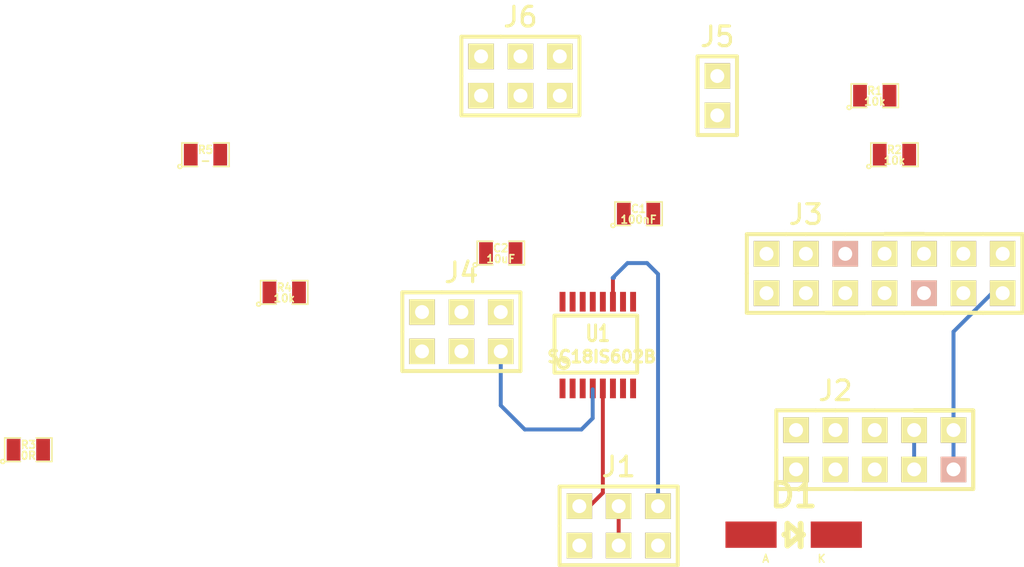
<source format=kicad_pcb>
(kicad_pcb (version 4) (host pcbnew "(2014-08-19 BZR 5083)-product")

  (general
    (links 58)
    (no_connects 53)
    (area 109.678469 82.3722 176.276001 122.5296)
    (thickness 1.6)
    (drawings 0)
    (tracks 19)
    (zones 0)
    (modules 15)
    (nets 18)
  )

  (page A4)
  (layers
    (0 F.Cu signal)
    (31 B.Cu signal)
    (32 B.Adhes user)
    (33 F.Adhes user)
    (34 B.Paste user)
    (35 F.Paste user)
    (36 B.SilkS user)
    (37 F.SilkS user)
    (38 B.Mask user)
    (39 F.Mask user)
    (40 Dwgs.User user)
    (41 Cmts.User user)
    (42 Eco1.User user)
    (43 Eco2.User user)
    (44 Edge.Cuts user)
    (45 Margin user)
    (46 B.CrtYd user)
    (47 F.CrtYd user)
    (48 B.Fab user)
    (49 F.Fab user)
  )

  (setup
    (last_trace_width 0.254)
    (trace_clearance 0.254)
    (zone_clearance 0.508)
    (zone_45_only no)
    (trace_min 0.254)
    (segment_width 0.2)
    (edge_width 0.1)
    (via_size 0.889)
    (via_drill 0.635)
    (via_min_size 0.889)
    (via_min_drill 0.508)
    (uvia_size 0.508)
    (uvia_drill 0.127)
    (uvias_allowed no)
    (uvia_min_size 0.508)
    (uvia_min_drill 0.127)
    (pcb_text_width 0.3)
    (pcb_text_size 1.5 1.5)
    (mod_edge_width 0.15)
    (mod_text_size 1 1)
    (mod_text_width 0.15)
    (pad_size 1.5 1.5)
    (pad_drill 0.6)
    (pad_to_mask_clearance 0)
    (aux_axis_origin 0 0)
    (visible_elements 7FFFFFFF)
    (pcbplotparams
      (layerselection 0x00030_80000001)
      (usegerberextensions false)
      (excludeedgelayer true)
      (linewidth 0.100000)
      (plotframeref false)
      (viasonmask false)
      (mode 1)
      (useauxorigin false)
      (hpglpennumber 1)
      (hpglpenspeed 20)
      (hpglpendiameter 15)
      (hpglpenoverlay 2)
      (psnegative false)
      (psa4output false)
      (plotreference true)
      (plotvalue true)
      (plotinvisibletext false)
      (padsonsilk false)
      (subtractmaskfromsilk false)
      (outputformat 1)
      (mirror false)
      (drillshape 1)
      (scaleselection 1)
      (outputdirectory ""))
  )

  (net 0 "")
  (net 1 VDD)
  (net 2 GND)
  (net 3 /MISO)
  (net 4 /MOSI)
  (net 5 /SPICLK)
  (net 6 "Net-(J2-Pad2)")
  (net 7 "Net-(J2-Pad3)")
  (net 8 "Net-(J2-Pad4)")
  (net 9 /#SS3)
  (net 10 /#SS0)
  (net 11 /#INT)
  (net 12 /#SS1)
  (net 13 /#SS2)
  (net 14 /#RES)
  (net 15 "Net-(J6-Pad2)")
  (net 16 "Net-(J6-Pad5)")
  (net 17 "Net-(R3-Pad2)")

  (net_class Default "Toto je výchozí třída sítě."
    (clearance 0.254)
    (trace_width 0.254)
    (via_dia 0.889)
    (via_drill 0.635)
    (uvia_dia 0.508)
    (uvia_drill 0.127)
    (add_net /#INT)
    (add_net /#RES)
    (add_net /#SS0)
    (add_net /#SS1)
    (add_net /#SS2)
    (add_net /#SS3)
    (add_net /MISO)
    (add_net /MOSI)
    (add_net /SPICLK)
    (add_net GND)
    (add_net "Net-(J2-Pad2)")
    (add_net "Net-(J2-Pad3)")
    (add_net "Net-(J2-Pad4)")
    (add_net "Net-(J6-Pad2)")
    (add_net "Net-(J6-Pad5)")
    (add_net "Net-(R3-Pad2)")
    (add_net VDD)
  )

  (module SMD_Packages:SMD-0805 (layer F.Cu) (tedit 53FC49F2) (tstamp 53FC4A27)
    (at 151.13 96.52)
    (path /53F4A074)
    (attr smd)
    (fp_text reference C1 (at 0 -0.3175) (layer F.SilkS)
      (effects (font (size 0.50038 0.50038) (thickness 0.10922)))
    )
    (fp_text value 100nF (at 0 0.381) (layer F.SilkS)
      (effects (font (size 0.50038 0.50038) (thickness 0.10922)))
    )
    (fp_circle (center -1.651 0.762) (end -1.651 0.635) (layer F.SilkS) (width 0.09906))
    (fp_line (start -0.508 0.762) (end -1.524 0.762) (layer F.SilkS) (width 0.09906))
    (fp_line (start -1.524 0.762) (end -1.524 -0.762) (layer F.SilkS) (width 0.09906))
    (fp_line (start -1.524 -0.762) (end -0.508 -0.762) (layer F.SilkS) (width 0.09906))
    (fp_line (start 0.508 -0.762) (end 1.524 -0.762) (layer F.SilkS) (width 0.09906))
    (fp_line (start 1.524 -0.762) (end 1.524 0.762) (layer F.SilkS) (width 0.09906))
    (fp_line (start 1.524 0.762) (end 0.508 0.762) (layer F.SilkS) (width 0.09906))
    (pad 1 smd rect (at -0.9525 0) (size 0.889 1.397) (layers F.Cu F.Paste F.Mask)
      (net 1 VDD))
    (pad 2 smd rect (at 0.9525 0) (size 0.889 1.397) (layers F.Cu F.Paste F.Mask)
      (net 2 GND))
    (model smd/chip_cms.wrl
      (at (xyz 0 0 0))
      (scale (xyz 0.1 0.1 0.1))
      (rotate (xyz 0 0 0))
    )
  )

  (module SMD_Packages:SMD-0805 (layer F.Cu) (tedit 53FC49F2) (tstamp 53FC4A2D)
    (at 142.24 99.06)
    (path /53F4A083)
    (attr smd)
    (fp_text reference C2 (at 0 -0.3175) (layer F.SilkS)
      (effects (font (size 0.50038 0.50038) (thickness 0.10922)))
    )
    (fp_text value 10uF (at 0 0.381) (layer F.SilkS)
      (effects (font (size 0.50038 0.50038) (thickness 0.10922)))
    )
    (fp_circle (center -1.651 0.762) (end -1.651 0.635) (layer F.SilkS) (width 0.09906))
    (fp_line (start -0.508 0.762) (end -1.524 0.762) (layer F.SilkS) (width 0.09906))
    (fp_line (start -1.524 0.762) (end -1.524 -0.762) (layer F.SilkS) (width 0.09906))
    (fp_line (start -1.524 -0.762) (end -0.508 -0.762) (layer F.SilkS) (width 0.09906))
    (fp_line (start 0.508 -0.762) (end 1.524 -0.762) (layer F.SilkS) (width 0.09906))
    (fp_line (start 1.524 -0.762) (end 1.524 0.762) (layer F.SilkS) (width 0.09906))
    (fp_line (start 1.524 0.762) (end 0.508 0.762) (layer F.SilkS) (width 0.09906))
    (pad 1 smd rect (at -0.9525 0) (size 0.889 1.397) (layers F.Cu F.Paste F.Mask)
      (net 1 VDD))
    (pad 2 smd rect (at 0.9525 0) (size 0.889 1.397) (layers F.Cu F.Paste F.Mask)
      (net 2 GND))
    (model smd/chip_cms.wrl
      (at (xyz 0 0 0))
      (scale (xyz 0.1 0.1 0.1))
      (rotate (xyz 0 0 0))
    )
  )

  (module Diodes_SMD:Diode-MiniMELF_Handsoldering (layer F.Cu) (tedit 53FC49F2) (tstamp 53FC4A33)
    (at 161.1376 117.2464)
    (descr "Diode Mini-MELF Handsoldering")
    (tags "Diode Mini-MELF Handsoldering")
    (path /53F4A0C0)
    (attr smd)
    (fp_text reference D1 (at 0 -2.54) (layer F.SilkS)
      (effects (font (thickness 0.3048)))
    )
    (fp_text value BZV55C-3,6V (at 0 3.81) (layer F.SilkS) hide
      (effects (font (thickness 0.3048)))
    )
    (fp_line (start 0.44958 0) (end 0.59944 0) (layer F.SilkS) (width 0.381))
    (fp_line (start -0.39878 0) (end -0.59944 0) (layer F.SilkS) (width 0.381))
    (fp_line (start 0.44958 0) (end 0.44958 0.7493) (layer F.SilkS) (width 0.381))
    (fp_line (start 0.44958 0) (end 0.44958 -0.70104) (layer F.SilkS) (width 0.381))
    (fp_line (start 0.44958 0) (end -0.39878 -0.70104) (layer F.SilkS) (width 0.381))
    (fp_line (start -0.39878 -0.70104) (end -0.39878 0.70104) (layer F.SilkS) (width 0.381))
    (fp_line (start -0.39878 0.70104) (end 0.44958 0) (layer F.SilkS) (width 0.381))
    (fp_text user A (at -1.80086 1.5494) (layer F.SilkS)
      (effects (font (size 0.50038 0.50038) (thickness 0.09906)))
    )
    (fp_text user K (at 1.80086 1.5494) (layer F.SilkS)
      (effects (font (size 0.50038 0.50038) (thickness 0.09906)))
    )
    (pad 1 smd rect (at -2.75082 0) (size 3.29946 1.69926) (layers F.Cu F.Paste F.Mask)
      (net 2 GND))
    (pad 2 smd rect (at 2.75082 0) (size 3.29946 1.69926) (layers F.Cu F.Paste F.Mask)
      (net 1 VDD))
    (model MiniMELF_DO213AA_Faktor03937_RevA_06Sep2012.wrl
      (at (xyz 0 0 0))
      (scale (xyz 0.3937 0.3937 0.3937))
      (rotate (xyz 0 0 0))
    )
  )

  (module Pin_Header_Straight_1x03:Pin_Header_Straight_2x03 placed (layer F.Cu) (tedit 53FC40CD) (tstamp 53FC4A3D)
    (at 149.8473 116.6749)
    (descr "1 pin")
    (tags "CONN DEV")
    (path /53F6FB02)
    (fp_text reference J1 (at 0 -3.81) (layer F.SilkS)
      (effects (font (size 1.27 1.27) (thickness 0.2032)))
    )
    (fp_text value JUMP_3X2 (at 0 0) (layer F.SilkS) hide
      (effects (font (size 1.27 1.27) (thickness 0.2032)))
    )
    (fp_line (start -3.81 2.54) (end 3.81 2.54) (layer F.SilkS) (width 0.254))
    (fp_line (start 3.81 2.54) (end 3.81 -2.54) (layer F.SilkS) (width 0.254))
    (fp_line (start 3.81 -2.54) (end -1.27 -2.54) (layer F.SilkS) (width 0.254))
    (fp_line (start -3.81 2.54) (end -3.81 0) (layer F.SilkS) (width 0.254))
    (fp_line (start -3.81 -2.54) (end -3.81 0) (layer F.SilkS) (width 0.254))
    (fp_line (start -1.27 -2.54) (end -3.81 -2.54) (layer F.SilkS) (width 0.254))
    (pad 1 thru_hole rect (at -2.54 1.27) (size 1.651 1.651) (drill 0.9) (layers *.Cu *.Mask F.SilkS)
      (net 3 /MISO))
    (pad 2 thru_hole rect (at 0 1.27) (size 1.651 1.651) (drill 0.9) (layers *.Cu *.Mask F.SilkS)
      (net 4 /MOSI))
    (pad 3 thru_hole rect (at 2.54 1.27) (size 1.651 1.651) (drill 0.9) (layers *.Cu *.Mask F.SilkS)
      (net 5 /SPICLK))
    (pad 4 thru_hole rect (at 2.54 -1.27) (size 1.651 1.651) (drill 0.9) (layers *.Cu *.Mask F.SilkS)
      (net 5 /SPICLK))
    (pad 5 thru_hole rect (at 0 -1.27) (size 1.651 1.651) (drill 0.9) (layers *.Cu *.Mask F.SilkS)
      (net 4 /MOSI))
    (pad 6 thru_hole rect (at -2.54 -1.27) (size 1.651 1.651) (drill 0.9) (layers *.Cu *.Mask F.SilkS)
      (net 3 /MISO))
    (model Pin_Headers/Pin_Header_Straight_2x03.wrl
      (at (xyz 0 0 0))
      (scale (xyz 1 1 1))
      (rotate (xyz 0 0 0))
    )
  )

  (module Pin_Header_Straight_1x03:Pin_Header_Straight_2x05 placed (layer F.Cu) (tedit 53F5A718) (tstamp 53FC4A4B)
    (at 163.83 111.76)
    (descr "1 pin")
    (tags "CONN DEV")
    (path /53F4A312)
    (fp_text reference J2 (at 0 -3.81) (layer F.SilkS)
      (effects (font (size 1.27 1.27) (thickness 0.2032)))
    )
    (fp_text value JUMP_5X2 (at 1.27 0) (layer F.SilkS) hide
      (effects (font (size 1.27 1.27) (thickness 0.2032)))
    )
    (fp_line (start -1.27 -2.54) (end 0 -2.54) (layer F.SilkS) (width 0.254))
    (fp_line (start -3.81 -2.54) (end -1.27 -2.54) (layer F.SilkS) (width 0.254))
    (fp_line (start 8.89 2.54) (end 8.89 -2.54) (layer F.SilkS) (width 0.254))
    (fp_line (start 6.35 -2.54) (end 8.89 -2.54) (layer F.SilkS) (width 0.254))
    (fp_line (start 6.35 2.54) (end 8.89 2.54) (layer F.SilkS) (width 0.254))
    (fp_line (start 6.35 2.54) (end 8.89 2.54) (layer F.SilkS) (width 0.254))
    (fp_line (start 6.35 -2.54) (end 8.89 -2.54) (layer F.SilkS) (width 0.254))
    (fp_line (start 8.89 2.54) (end 8.89 -2.54) (layer F.SilkS) (width 0.254))
    (fp_line (start 5.08 -2.54) (end 7.62 -2.54) (layer F.SilkS) (width 0.254))
    (fp_line (start 1.27 2.54) (end 3.81 2.54) (layer F.SilkS) (width 0.254))
    (fp_line (start 1.27 2.54) (end 3.81 2.54) (layer F.SilkS) (width 0.254))
    (fp_line (start 5.08 -2.54) (end 7.62 -2.54) (layer F.SilkS) (width 0.254))
    (fp_line (start 5.08 -2.54) (end 7.62 -2.54) (layer F.SilkS) (width 0.254))
    (fp_line (start 3.81 2.54) (end 6.35 2.54) (layer F.SilkS) (width 0.254))
    (fp_line (start 3.81 2.54) (end 6.35 2.54) (layer F.SilkS) (width 0.254))
    (fp_line (start 5.08 -2.54) (end 7.62 -2.54) (layer F.SilkS) (width 0.254))
    (fp_line (start -3.81 2.54) (end 3.81 2.54) (layer F.SilkS) (width 0.254))
    (fp_line (start 7.62 -2.54) (end 2.54 -2.54) (layer F.SilkS) (width 0.254))
    (fp_line (start -3.81 2.54) (end -3.81 0) (layer F.SilkS) (width 0.254))
    (fp_line (start -3.81 -2.54) (end -3.81 0) (layer F.SilkS) (width 0.254))
    (fp_line (start 2.54 -2.54) (end 0 -2.54) (layer F.SilkS) (width 0.254))
    (pad 9 thru_hole rect (at 0 -1.27) (size 1.651 1.651) (drill 0.9) (layers *.Cu *.Mask F.SilkS)
      (net 6 "Net-(J2-Pad2)"))
    (pad 5 thru_hole rect (at 7.62 1.27) (size 1.651 1.651) (drill 0.9) (layers *.Cu *.SilkS *.Mask)
      (net 2 GND))
    (pad 3 thru_hole rect (at 2.54 1.27) (size 1.651 1.651) (drill 0.9) (layers *.Cu *.Mask F.SilkS)
      (net 7 "Net-(J2-Pad3)"))
    (pad 6 thru_hole rect (at 7.62 -1.27) (size 1.651 1.651) (drill 0.9) (layers *.Cu *.Mask F.SilkS)
      (net 2 GND))
    (pad 1 thru_hole rect (at -2.54 1.27) (size 1.651 1.651) (drill 0.9) (layers *.Cu *.Mask F.SilkS)
      (net 2 GND))
    (pad 2 thru_hole rect (at 0 1.27) (size 1.651 1.651) (drill 0.9) (layers *.Cu *.Mask F.SilkS)
      (net 6 "Net-(J2-Pad2)"))
    (pad 4 thru_hole rect (at 5.08 1.27) (size 1.651 1.651) (drill 0.9) (layers *.Cu *.Mask F.SilkS)
      (net 8 "Net-(J2-Pad4)"))
    (pad 10 thru_hole rect (at -2.54 -1.27) (size 1.651 1.651) (drill 0.9) (layers *.Cu *.Mask F.SilkS)
      (net 2 GND))
    (pad 7 thru_hole rect (at 5.08 -1.27) (size 1.651 1.651) (drill 0.9) (layers *.Cu *.Mask F.SilkS)
      (net 8 "Net-(J2-Pad4)"))
    (pad 8 thru_hole rect (at 2.54 -1.27) (size 1.651 1.651) (drill 0.9) (layers *.Cu *.Mask F.SilkS)
      (net 7 "Net-(J2-Pad3)"))
    (model Pin_Headers/Pin_Header_Straight_2x03.wrl
      (at (xyz 0 0 0))
      (scale (xyz 1 1 1))
      (rotate (xyz 0 0 0))
    )
  )

  (module Pin_Header_Straight_1x03:Pin_Header_Straight_2x07 placed (layer F.Cu) (tedit 53F5A763) (tstamp 53FC4A5D)
    (at 161.925 100.3808)
    (descr "1 pin")
    (tags "CONN DEV")
    (path /53F4AC0B)
    (fp_text reference J3 (at 0 -3.81) (layer F.SilkS)
      (effects (font (size 1.27 1.27) (thickness 0.2032)))
    )
    (fp_text value JUMP_7X2 (at 5.08 0) (layer F.SilkS) hide
      (effects (font (size 1.27 1.27) (thickness 0.2032)))
    )
    (fp_line (start 13.97 2.54) (end 13.97 -2.54) (layer F.SilkS) (width 0.254))
    (fp_line (start 11.43 -2.54) (end 13.97 -2.54) (layer F.SilkS) (width 0.254))
    (fp_line (start 11.43 2.54) (end 13.97 2.54) (layer F.SilkS) (width 0.254))
    (fp_line (start 11.43 2.54) (end 13.97 2.54) (layer F.SilkS) (width 0.254))
    (fp_line (start 11.43 -2.54) (end 13.97 -2.54) (layer F.SilkS) (width 0.254))
    (fp_line (start 13.97 2.54) (end 13.97 -2.54) (layer F.SilkS) (width 0.254))
    (fp_line (start 8.89 -2.54) (end 11.43 -2.54) (layer F.SilkS) (width 0.254))
    (fp_line (start 8.89 2.54) (end 11.43 2.54) (layer F.SilkS) (width 0.254))
    (fp_line (start 8.89 2.54) (end 11.43 2.54) (layer F.SilkS) (width 0.254))
    (fp_line (start 8.89 -2.54) (end 11.43 -2.54) (layer F.SilkS) (width 0.254))
    (fp_line (start -1.27 -2.54) (end 0 -2.54) (layer F.SilkS) (width 0.254))
    (fp_line (start -3.81 -2.54) (end -1.27 -2.54) (layer F.SilkS) (width 0.254))
    (fp_line (start 6.35 -2.54) (end 8.89 -2.54) (layer F.SilkS) (width 0.254))
    (fp_line (start 6.35 2.54) (end 8.89 2.54) (layer F.SilkS) (width 0.254))
    (fp_line (start 6.35 2.54) (end 8.89 2.54) (layer F.SilkS) (width 0.254))
    (fp_line (start 6.35 -2.54) (end 8.89 -2.54) (layer F.SilkS) (width 0.254))
    (fp_line (start 5.08 -2.54) (end 7.62 -2.54) (layer F.SilkS) (width 0.254))
    (fp_line (start 1.27 2.54) (end 3.81 2.54) (layer F.SilkS) (width 0.254))
    (fp_line (start 1.27 2.54) (end 3.81 2.54) (layer F.SilkS) (width 0.254))
    (fp_line (start 5.08 -2.54) (end 7.62 -2.54) (layer F.SilkS) (width 0.254))
    (fp_line (start 5.08 -2.54) (end 7.62 -2.54) (layer F.SilkS) (width 0.254))
    (fp_line (start 3.81 2.54) (end 6.35 2.54) (layer F.SilkS) (width 0.254))
    (fp_line (start 3.81 2.54) (end 6.35 2.54) (layer F.SilkS) (width 0.254))
    (fp_line (start 5.08 -2.54) (end 7.62 -2.54) (layer F.SilkS) (width 0.254))
    (fp_line (start -3.81 2.54) (end 3.81 2.54) (layer F.SilkS) (width 0.254))
    (fp_line (start 7.62 -2.54) (end 2.54 -2.54) (layer F.SilkS) (width 0.254))
    (fp_line (start -3.81 2.54) (end -3.81 0) (layer F.SilkS) (width 0.254))
    (fp_line (start -3.81 -2.54) (end -3.81 0) (layer F.SilkS) (width 0.254))
    (fp_line (start 2.54 -2.54) (end 0 -2.54) (layer F.SilkS) (width 0.254))
    (pad 7 thru_hole rect (at 12.7 1.27) (size 1.651 1.651) (drill 0.9) (layers *.Cu *.Mask F.SilkS)
      (net 2 GND))
    (pad 14 thru_hole rect (at -2.54 -1.27) (size 1.651 1.651) (drill 0.9) (layers *.Cu *.Mask F.SilkS)
      (net 9 /#SS3))
    (pad 6 thru_hole rect (at 10.16 1.27) (size 1.651 1.651) (drill 0.9) (layers *.Cu *.Mask F.SilkS)
      (net 10 /#SS0))
    (pad 12 thru_hole rect (at 2.54 -1.27) (size 1.651 1.651) (drill 0.9) (layers *.Cu *.SilkS *.Mask)
      (net 11 /#INT))
    (pad 9 thru_hole rect (at 10.16 -1.27) (size 1.651 1.651) (drill 0.9) (layers *.Cu *.Mask F.SilkS)
      (net 10 /#SS0))
    (pad 5 thru_hole rect (at 7.62 1.27) (size 1.651 1.651) (drill 0.9) (layers *.Cu *.SilkS *.Mask)
      (net 12 /#SS1))
    (pad 3 thru_hole rect (at 2.54 1.27) (size 1.651 1.651) (drill 0.9) (layers *.Cu *.Mask F.SilkS)
      (net 11 /#INT))
    (pad 11 thru_hole rect (at 5.08 -1.27) (size 1.651 1.651) (drill 0.9) (layers *.Cu *.Mask F.SilkS)
      (net 13 /#SS2))
    (pad 1 thru_hole rect (at -2.54 1.27) (size 1.651 1.651) (drill 0.9) (layers *.Cu *.Mask F.SilkS)
      (net 9 /#SS3))
    (pad 2 thru_hole rect (at 0 1.27) (size 1.651 1.651) (drill 0.9) (layers *.Cu *.Mask F.SilkS)
      (net 13 /#SS2))
    (pad 4 thru_hole rect (at 5.08 1.27) (size 1.651 1.651) (drill 0.9) (layers *.Cu *.Mask F.SilkS)
      (net 14 /#RES))
    (pad 10 thru_hole rect (at 7.62 -1.27) (size 1.651 1.651) (drill 0.9) (layers *.Cu *.Mask F.SilkS)
      (net 12 /#SS1))
    (pad 13 thru_hole rect (at 0 -1.27) (size 1.651 1.651) (drill 0.9) (layers *.Cu *.Mask F.SilkS))
    (pad 8 thru_hole rect (at 12.7 -1.27) (size 1.651 1.651) (drill 0.9) (layers *.Cu *.Mask F.SilkS)
      (net 2 GND))
    (model Pin_Headers/Pin_Header_Straight_2x03.wrl
      (at (xyz 0 0 0))
      (scale (xyz 1 1 1))
      (rotate (xyz 0 0 0))
    )
  )

  (module Pin_Header_Straight_1x03:Pin_Header_Straight_2x03 placed (layer F.Cu) (tedit 53FC40CD) (tstamp 53FC4A67)
    (at 139.7 104.14)
    (descr "1 pin")
    (tags "CONN DEV")
    (path /53F5BF15)
    (fp_text reference J4 (at 0 -3.81) (layer F.SilkS)
      (effects (font (size 1.27 1.27) (thickness 0.2032)))
    )
    (fp_text value JUMP_3X2 (at 0 0) (layer F.SilkS) hide
      (effects (font (size 1.27 1.27) (thickness 0.2032)))
    )
    (fp_line (start -3.81 2.54) (end 3.81 2.54) (layer F.SilkS) (width 0.254))
    (fp_line (start 3.81 2.54) (end 3.81 -2.54) (layer F.SilkS) (width 0.254))
    (fp_line (start 3.81 -2.54) (end -1.27 -2.54) (layer F.SilkS) (width 0.254))
    (fp_line (start -3.81 2.54) (end -3.81 0) (layer F.SilkS) (width 0.254))
    (fp_line (start -3.81 -2.54) (end -3.81 0) (layer F.SilkS) (width 0.254))
    (fp_line (start -1.27 -2.54) (end -3.81 -2.54) (layer F.SilkS) (width 0.254))
    (pad 1 thru_hole rect (at -2.54 1.27) (size 1.651 1.651) (drill 0.9) (layers *.Cu *.Mask F.SilkS)
      (net 2 GND))
    (pad 2 thru_hole rect (at 0 1.27) (size 1.651 1.651) (drill 0.9) (layers *.Cu *.Mask F.SilkS)
      (net 1 VDD))
    (pad 3 thru_hole rect (at 2.54 1.27) (size 1.651 1.651) (drill 0.9) (layers *.Cu *.Mask F.SilkS)
      (net 2 GND))
    (pad 4 thru_hole rect (at 2.54 -1.27) (size 1.651 1.651) (drill 0.9) (layers *.Cu *.Mask F.SilkS)
      (net 2 GND))
    (pad 5 thru_hole rect (at 0 -1.27) (size 1.651 1.651) (drill 0.9) (layers *.Cu *.Mask F.SilkS)
      (net 1 VDD))
    (pad 6 thru_hole rect (at -2.54 -1.27) (size 1.651 1.651) (drill 0.9) (layers *.Cu *.Mask F.SilkS)
      (net 2 GND))
    (model Pin_Headers/Pin_Header_Straight_2x03.wrl
      (at (xyz 0 0 0))
      (scale (xyz 1 1 1))
      (rotate (xyz 0 0 0))
    )
  )

  (module Pin_Header_Straight_1x03:Pin_Header_Straight_2x01 placed (layer F.Cu) (tedit 53FC40CD) (tstamp 53FC4A6D)
    (at 156.21 88.9)
    (descr "1 pin")
    (tags "CONN DEV")
    (path /53F4A6F0)
    (fp_text reference J5 (at 0 -3.81) (layer F.SilkS)
      (effects (font (size 1.27 1.27) (thickness 0.2032)))
    )
    (fp_text value CONN1_2 (at 0 0) (layer F.SilkS) hide
      (effects (font (size 1.27 1.27) (thickness 0.2032)))
    )
    (fp_line (start -1.27 -2.54) (end 1.27 -2.54) (layer F.SilkS) (width 0.254))
    (fp_line (start 1.27 -2.54) (end 1.27 2.54) (layer F.SilkS) (width 0.254))
    (fp_line (start 1.27 2.54) (end -1.27 2.54) (layer F.SilkS) (width 0.254))
    (fp_line (start -1.27 2.54) (end -1.27 -2.54) (layer F.SilkS) (width 0.254))
    (pad 2 thru_hole rect (at 0 1.27) (size 1.651 1.651) (drill 0.9) (layers *.Cu *.Mask F.SilkS)
      (net 1 VDD))
    (pad 1 thru_hole rect (at 0 -1.27) (size 1.651 1.651) (drill 0.9) (layers *.Cu *.Mask F.SilkS)
      (net 7 "Net-(J2-Pad3)"))
    (model Pin_Headers/Pin_Header_Straight_2x03.wrl
      (at (xyz 0 0 0))
      (scale (xyz 1 1 1))
      (rotate (xyz 0 0 0))
    )
  )

  (module Pin_Header_Straight_1x03:Pin_Header_Straight_2x03 placed (layer F.Cu) (tedit 53FC40CD) (tstamp 53FC4A77)
    (at 143.51 87.63)
    (descr "1 pin")
    (tags "CONN DEV")
    (path /53FC1E43)
    (fp_text reference J6 (at 0 -3.81) (layer F.SilkS)
      (effects (font (size 1.27 1.27) (thickness 0.2032)))
    )
    (fp_text value JUMP_3X2_S (at 0 0) (layer F.SilkS) hide
      (effects (font (size 1.27 1.27) (thickness 0.2032)))
    )
    (fp_line (start -3.81 2.54) (end 3.81 2.54) (layer F.SilkS) (width 0.254))
    (fp_line (start 3.81 2.54) (end 3.81 -2.54) (layer F.SilkS) (width 0.254))
    (fp_line (start 3.81 -2.54) (end -1.27 -2.54) (layer F.SilkS) (width 0.254))
    (fp_line (start -3.81 2.54) (end -3.81 0) (layer F.SilkS) (width 0.254))
    (fp_line (start -3.81 -2.54) (end -3.81 0) (layer F.SilkS) (width 0.254))
    (fp_line (start -1.27 -2.54) (end -3.81 -2.54) (layer F.SilkS) (width 0.254))
    (pad 1 thru_hole rect (at -2.54 1.27) (size 1.651 1.651) (drill 0.9) (layers *.Cu *.Mask F.SilkS)
      (net 2 GND))
    (pad 2 thru_hole rect (at 0 1.27) (size 1.651 1.651) (drill 0.9) (layers *.Cu *.Mask F.SilkS)
      (net 15 "Net-(J6-Pad2)"))
    (pad 3 thru_hole rect (at 2.54 1.27) (size 1.651 1.651) (drill 0.9) (layers *.Cu *.Mask F.SilkS)
      (net 1 VDD))
    (pad 4 thru_hole rect (at 2.54 -1.27) (size 1.651 1.651) (drill 0.9) (layers *.Cu *.Mask F.SilkS)
      (net 1 VDD))
    (pad 5 thru_hole rect (at 0 -1.27) (size 1.651 1.651) (drill 0.9) (layers *.Cu *.Mask F.SilkS)
      (net 16 "Net-(J6-Pad5)"))
    (pad 6 thru_hole rect (at -2.54 -1.27) (size 1.651 1.651) (drill 0.9) (layers *.Cu *.Mask F.SilkS)
      (net 2 GND))
    (model Pin_Headers/Pin_Header_Straight_2x03.wrl
      (at (xyz 0 0 0))
      (scale (xyz 1 1 1))
      (rotate (xyz 0 0 0))
    )
  )

  (module SMD_Packages:SMD-0805 (layer F.Cu) (tedit 53FC49F2) (tstamp 53FC4A7D)
    (at 166.37 88.9)
    (path /53F431F1)
    (attr smd)
    (fp_text reference R1 (at 0 -0.3175) (layer F.SilkS)
      (effects (font (size 0.50038 0.50038) (thickness 0.10922)))
    )
    (fp_text value 10k (at 0 0.381) (layer F.SilkS)
      (effects (font (size 0.50038 0.50038) (thickness 0.10922)))
    )
    (fp_circle (center -1.651 0.762) (end -1.651 0.635) (layer F.SilkS) (width 0.09906))
    (fp_line (start -0.508 0.762) (end -1.524 0.762) (layer F.SilkS) (width 0.09906))
    (fp_line (start -1.524 0.762) (end -1.524 -0.762) (layer F.SilkS) (width 0.09906))
    (fp_line (start -1.524 -0.762) (end -0.508 -0.762) (layer F.SilkS) (width 0.09906))
    (fp_line (start 0.508 -0.762) (end 1.524 -0.762) (layer F.SilkS) (width 0.09906))
    (fp_line (start 1.524 -0.762) (end 1.524 0.762) (layer F.SilkS) (width 0.09906))
    (fp_line (start 1.524 0.762) (end 0.508 0.762) (layer F.SilkS) (width 0.09906))
    (pad 1 smd rect (at -0.9525 0) (size 0.889 1.397) (layers F.Cu F.Paste F.Mask)
      (net 6 "Net-(J2-Pad2)"))
    (pad 2 smd rect (at 0.9525 0) (size 0.889 1.397) (layers F.Cu F.Paste F.Mask)
      (net 1 VDD))
    (model smd/chip_cms.wrl
      (at (xyz 0 0 0))
      (scale (xyz 0.1 0.1 0.1))
      (rotate (xyz 0 0 0))
    )
  )

  (module SMD_Packages:SMD-0805 (layer F.Cu) (tedit 53FC49F2) (tstamp 53FC4A83)
    (at 167.64 92.71)
    (path /53F43200)
    (attr smd)
    (fp_text reference R2 (at 0 -0.3175) (layer F.SilkS)
      (effects (font (size 0.50038 0.50038) (thickness 0.10922)))
    )
    (fp_text value 10k (at 0 0.381) (layer F.SilkS)
      (effects (font (size 0.50038 0.50038) (thickness 0.10922)))
    )
    (fp_circle (center -1.651 0.762) (end -1.651 0.635) (layer F.SilkS) (width 0.09906))
    (fp_line (start -0.508 0.762) (end -1.524 0.762) (layer F.SilkS) (width 0.09906))
    (fp_line (start -1.524 0.762) (end -1.524 -0.762) (layer F.SilkS) (width 0.09906))
    (fp_line (start -1.524 -0.762) (end -0.508 -0.762) (layer F.SilkS) (width 0.09906))
    (fp_line (start 0.508 -0.762) (end 1.524 -0.762) (layer F.SilkS) (width 0.09906))
    (fp_line (start 1.524 -0.762) (end 1.524 0.762) (layer F.SilkS) (width 0.09906))
    (fp_line (start 1.524 0.762) (end 0.508 0.762) (layer F.SilkS) (width 0.09906))
    (pad 1 smd rect (at -0.9525 0) (size 0.889 1.397) (layers F.Cu F.Paste F.Mask)
      (net 8 "Net-(J2-Pad4)"))
    (pad 2 smd rect (at 0.9525 0) (size 0.889 1.397) (layers F.Cu F.Paste F.Mask)
      (net 1 VDD))
    (model smd/chip_cms.wrl
      (at (xyz 0 0 0))
      (scale (xyz 0.1 0.1 0.1))
      (rotate (xyz 0 0 0))
    )
  )

  (module SMD_Packages:SMD-0805 (layer F.Cu) (tedit 53FC49F2) (tstamp 53FC4A89)
    (at 111.76 111.76)
    (path /53F45480)
    (attr smd)
    (fp_text reference R3 (at 0 -0.3175) (layer F.SilkS)
      (effects (font (size 0.50038 0.50038) (thickness 0.10922)))
    )
    (fp_text value 0R (at 0 0.381) (layer F.SilkS)
      (effects (font (size 0.50038 0.50038) (thickness 0.10922)))
    )
    (fp_circle (center -1.651 0.762) (end -1.651 0.635) (layer F.SilkS) (width 0.09906))
    (fp_line (start -0.508 0.762) (end -1.524 0.762) (layer F.SilkS) (width 0.09906))
    (fp_line (start -1.524 0.762) (end -1.524 -0.762) (layer F.SilkS) (width 0.09906))
    (fp_line (start -1.524 -0.762) (end -0.508 -0.762) (layer F.SilkS) (width 0.09906))
    (fp_line (start 0.508 -0.762) (end 1.524 -0.762) (layer F.SilkS) (width 0.09906))
    (fp_line (start 1.524 -0.762) (end 1.524 0.762) (layer F.SilkS) (width 0.09906))
    (fp_line (start 1.524 0.762) (end 0.508 0.762) (layer F.SilkS) (width 0.09906))
    (pad 1 smd rect (at -0.9525 0) (size 0.889 1.397) (layers F.Cu F.Paste F.Mask)
      (net 2 GND))
    (pad 2 smd rect (at 0.9525 0) (size 0.889 1.397) (layers F.Cu F.Paste F.Mask)
      (net 17 "Net-(R3-Pad2)"))
    (model smd/chip_cms.wrl
      (at (xyz 0 0 0))
      (scale (xyz 0.1 0.1 0.1))
      (rotate (xyz 0 0 0))
    )
  )

  (module SMD_Packages:SMD-0805 (layer F.Cu) (tedit 53FC49F2) (tstamp 53FC4A8F)
    (at 128.27 101.6)
    (path /53F583DD)
    (attr smd)
    (fp_text reference R4 (at 0 -0.3175) (layer F.SilkS)
      (effects (font (size 0.50038 0.50038) (thickness 0.10922)))
    )
    (fp_text value 10k (at 0 0.381) (layer F.SilkS)
      (effects (font (size 0.50038 0.50038) (thickness 0.10922)))
    )
    (fp_circle (center -1.651 0.762) (end -1.651 0.635) (layer F.SilkS) (width 0.09906))
    (fp_line (start -0.508 0.762) (end -1.524 0.762) (layer F.SilkS) (width 0.09906))
    (fp_line (start -1.524 0.762) (end -1.524 -0.762) (layer F.SilkS) (width 0.09906))
    (fp_line (start -1.524 -0.762) (end -0.508 -0.762) (layer F.SilkS) (width 0.09906))
    (fp_line (start 0.508 -0.762) (end 1.524 -0.762) (layer F.SilkS) (width 0.09906))
    (fp_line (start 1.524 -0.762) (end 1.524 0.762) (layer F.SilkS) (width 0.09906))
    (fp_line (start 1.524 0.762) (end 0.508 0.762) (layer F.SilkS) (width 0.09906))
    (pad 1 smd rect (at -0.9525 0) (size 0.889 1.397) (layers F.Cu F.Paste F.Mask)
      (net 1 VDD))
    (pad 2 smd rect (at 0.9525 0) (size 0.889 1.397) (layers F.Cu F.Paste F.Mask)
      (net 14 /#RES))
    (model smd/chip_cms.wrl
      (at (xyz 0 0 0))
      (scale (xyz 0.1 0.1 0.1))
      (rotate (xyz 0 0 0))
    )
  )

  (module SMD_Packages:SMD-0805 (layer F.Cu) (tedit 53FC49F2) (tstamp 53FC4A95)
    (at 123.19 92.71)
    (path /53F45462)
    (attr smd)
    (fp_text reference R5 (at 0 -0.3175) (layer F.SilkS)
      (effects (font (size 0.50038 0.50038) (thickness 0.10922)))
    )
    (fp_text value - (at 0 0.381) (layer F.SilkS)
      (effects (font (size 0.50038 0.50038) (thickness 0.10922)))
    )
    (fp_circle (center -1.651 0.762) (end -1.651 0.635) (layer F.SilkS) (width 0.09906))
    (fp_line (start -0.508 0.762) (end -1.524 0.762) (layer F.SilkS) (width 0.09906))
    (fp_line (start -1.524 0.762) (end -1.524 -0.762) (layer F.SilkS) (width 0.09906))
    (fp_line (start -1.524 -0.762) (end -0.508 -0.762) (layer F.SilkS) (width 0.09906))
    (fp_line (start 0.508 -0.762) (end 1.524 -0.762) (layer F.SilkS) (width 0.09906))
    (fp_line (start 1.524 -0.762) (end 1.524 0.762) (layer F.SilkS) (width 0.09906))
    (fp_line (start 1.524 0.762) (end 0.508 0.762) (layer F.SilkS) (width 0.09906))
    (pad 1 smd rect (at -0.9525 0) (size 0.889 1.397) (layers F.Cu F.Paste F.Mask)
      (net 17 "Net-(R3-Pad2)"))
    (pad 2 smd rect (at 0.9525 0) (size 0.889 1.397) (layers F.Cu F.Paste F.Mask)
      (net 1 VDD))
    (model smd/chip_cms.wrl
      (at (xyz 0 0 0))
      (scale (xyz 0.1 0.1 0.1))
      (rotate (xyz 0 0 0))
    )
  )

  (module SMD_Packages:TSSOP-16 (layer F.Cu) (tedit 53FC49F2) (tstamp 53FC4AA9)
    (at 148.5011 105.0036)
    (path /53F720BD)
    (attr smd)
    (fp_text reference U1 (at 0 -0.7493) (layer F.SilkS)
      (effects (font (size 1.016 0.762) (thickness 0.1905)))
    )
    (fp_text value SC18IS602B (at 0.24892 0.7493) (layer F.SilkS)
      (effects (font (size 0.762 0.762) (thickness 0.1905)))
    )
    (fp_line (start -2.794 -1.905) (end 2.54 -1.905) (layer F.SilkS) (width 0.254))
    (fp_line (start 2.54 -1.905) (end 2.54 1.778) (layer F.SilkS) (width 0.254))
    (fp_line (start 2.54 1.778) (end -2.794 1.778) (layer F.SilkS) (width 0.254))
    (fp_line (start -2.794 1.778) (end -2.794 -1.905) (layer F.SilkS) (width 0.254))
    (fp_circle (center -2.20218 1.15824) (end -2.40538 1.41224) (layer F.SilkS) (width 0.254))
    (pad 1 smd rect (at -2.27584 2.79908) (size 0.381 1.27) (layers F.Cu F.Paste F.Mask)
      (net 10 /#SS0))
    (pad 2 smd rect (at -1.6256 2.79908) (size 0.381 1.27) (layers F.Cu F.Paste F.Mask)
      (net 12 /#SS1))
    (pad 3 smd rect (at -0.97536 2.79908) (size 0.381 1.27) (layers F.Cu F.Paste F.Mask)
      (net 14 /#RES))
    (pad 4 smd rect (at -0.32512 2.79908) (size 0.381 1.27) (layers F.Cu F.Paste F.Mask)
      (net 2 GND))
    (pad 5 smd rect (at 0.32512 2.79908) (size 0.381 1.27) (layers F.Cu F.Paste F.Mask)
      (net 3 /MISO))
    (pad 6 smd rect (at 0.97536 2.79908) (size 0.381 1.27) (layers F.Cu F.Paste F.Mask)
      (net 4 /MOSI))
    (pad 7 smd rect (at 1.6256 2.79908) (size 0.381 1.27) (layers F.Cu F.Paste F.Mask)
      (net 8 "Net-(J2-Pad4)"))
    (pad 8 smd rect (at 2.27584 2.79908) (size 0.381 1.27) (layers F.Cu F.Paste F.Mask)
      (net 6 "Net-(J2-Pad2)"))
    (pad 9 smd rect (at 2.27584 -2.79908) (size 0.381 1.27) (layers F.Cu F.Paste F.Mask)
      (net 11 /#INT))
    (pad 10 smd rect (at 1.6256 -2.79908) (size 0.381 1.27) (layers F.Cu F.Paste F.Mask)
      (net 13 /#SS2))
    (pad 11 smd rect (at 0.97536 -2.79908) (size 0.381 1.27) (layers F.Cu F.Paste F.Mask)
      (net 5 /SPICLK))
    (pad 12 smd rect (at 0.32512 -2.79908) (size 0.381 1.27) (layers F.Cu F.Paste F.Mask)
      (net 1 VDD))
    (pad 13 smd rect (at -0.32512 -2.79908) (size 0.381 1.27) (layers F.Cu F.Paste F.Mask)
      (net 9 /#SS3))
    (pad 14 smd rect (at -0.97536 -2.79908) (size 0.381 1.27) (layers F.Cu F.Paste F.Mask)
      (net 17 "Net-(R3-Pad2)"))
    (pad 15 smd rect (at -1.6256 -2.79908) (size 0.381 1.27) (layers F.Cu F.Paste F.Mask)
      (net 15 "Net-(J6-Pad2)"))
    (pad 16 smd rect (at -2.27584 -2.79908) (size 0.381 1.27) (layers F.Cu F.Paste F.Mask)
      (net 16 "Net-(J6-Pad5)"))
    (model smd\smd_dil\tssop-16.wrl
      (at (xyz 0 0 0))
      (scale (xyz 1 1 1))
      (rotate (xyz 0 0 0))
    )
  )

  (segment (start 143.7894 110.4519) (end 147.447 110.4519) (width 0.254) (layer B.Cu) (net 2) (tstamp 53FC5C83))
  (segment (start 147.447 110.4519) (end 148.1709 109.728) (width 0.254) (layer B.Cu) (net 2) (tstamp 53FC5C86))
  (segment (start 148.1709 109.728) (end 148.1709 107.8611) (width 0.254) (layer B.Cu) (net 2) (tstamp 53FC5C87))
  (segment (start 171.45 113.03) (end 171.45 110.49) (width 0.254) (layer B.Cu) (net 2))
  (segment (start 171.45 104.14) (end 173.99 101.6) (width 0.254) (layer B.Cu) (net 2) (tstamp 53FC5AAF))
  (segment (start 171.45 110.49) (end 171.45 104.14) (width 0.254) (layer B.Cu) (net 2))
  (segment (start 142.24 108.9025) (end 143.7894 110.4519) (width 0.254) (layer B.Cu) (net 2) (tstamp 53FC5C7A))
  (segment (start 142.24 105.41) (end 142.24 108.9025) (width 0.254) (layer B.Cu) (net 2))
  (segment (start 148.82622 114.54638) (end 148.0439 115.3287) (width 0.254) (layer F.Cu) (net 3) (tstamp 53FC5D6B))
  (segment (start 148.82622 107.80268) (end 148.82622 114.54638) (width 0.254) (layer F.Cu) (net 3))
  (segment (start 149.8473 117.9449) (end 149.8473 115.4049) (width 0.254) (layer F.Cu) (net 4))
  (segment (start 152.3873 115.4049) (end 152.3873 100.4189) (width 0.254) (layer B.Cu) (net 5))
  (segment (start 149.4663 100.6602) (end 149.5425 100.6602) (width 0.254) (layer B.Cu) (net 5) (tstamp 53FD7402))
  (segment (start 150.4188 99.7077) (end 149.4663 100.6602) (width 0.254) (layer B.Cu) (net 5) (tstamp 53FD73FD))
  (segment (start 151.6761 99.7077) (end 150.4188 99.7077) (width 0.254) (layer B.Cu) (net 5) (tstamp 53FD73F7))
  (segment (start 152.3873 100.4189) (end 151.6761 99.7077) (width 0.254) (layer B.Cu) (net 5) (tstamp 53FD73F0))
  (segment (start 149.47646 102.20452) (end 149.47646 100.70084) (width 0.254) (layer F.Cu) (net 5))
  (segment (start 149.47646 100.70084) (end 149.5298 100.6475) (width 0.254) (layer F.Cu) (net 5) (tstamp 53FD7433))
  (segment (start 168.91 113.03) (end 168.91 110.49) (width 0.254) (layer B.Cu) (net 8))

)

</source>
